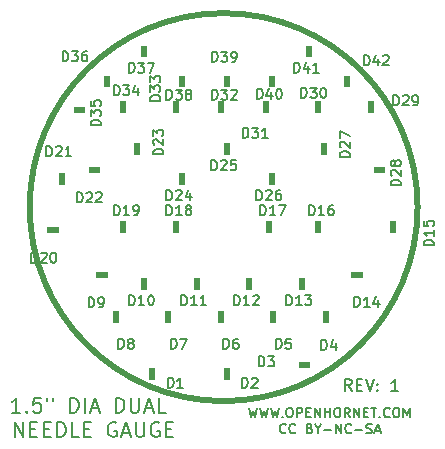
<source format=gbr>
%TF.GenerationSoftware,KiCad,Pcbnew,(5.1.9)-1*%
%TF.CreationDate,2021-11-07T13:18:06-07:00*%
%TF.ProjectId,dual_needle_gauge,6475616c-5f6e-4656-9564-6c655f676175,rev?*%
%TF.SameCoordinates,Original*%
%TF.FileFunction,Legend,Top*%
%TF.FilePolarity,Positive*%
%FSLAX46Y46*%
G04 Gerber Fmt 4.6, Leading zero omitted, Abs format (unit mm)*
G04 Created by KiCad (PCBNEW (5.1.9)-1) date 2021-11-07 13:18:06*
%MOMM*%
%LPD*%
G01*
G04 APERTURE LIST*
%ADD10C,0.500000*%
%ADD11C,0.150000*%
%ADD12C,0.200000*%
%ADD13C,0.100000*%
G04 APERTURE END LIST*
D10*
X198612941Y-118743176D02*
G75*
G03*
X198612941Y-118743176I-16421100J0D01*
G01*
D11*
X184351245Y-135750080D02*
X184541721Y-136550080D01*
X184694102Y-135978652D01*
X184846483Y-136550080D01*
X185036960Y-135750080D01*
X185265531Y-135750080D02*
X185456007Y-136550080D01*
X185608388Y-135978652D01*
X185760769Y-136550080D01*
X185951245Y-135750080D01*
X186179817Y-135750080D02*
X186370293Y-136550080D01*
X186522674Y-135978652D01*
X186675055Y-136550080D01*
X186865531Y-135750080D01*
X187170293Y-136473890D02*
X187208388Y-136511985D01*
X187170293Y-136550080D01*
X187132198Y-136511985D01*
X187170293Y-136473890D01*
X187170293Y-136550080D01*
X187703626Y-135750080D02*
X187856007Y-135750080D01*
X187932198Y-135788176D01*
X188008388Y-135864366D01*
X188046483Y-136016747D01*
X188046483Y-136283414D01*
X188008388Y-136435795D01*
X187932198Y-136511985D01*
X187856007Y-136550080D01*
X187703626Y-136550080D01*
X187627436Y-136511985D01*
X187551245Y-136435795D01*
X187513150Y-136283414D01*
X187513150Y-136016747D01*
X187551245Y-135864366D01*
X187627436Y-135788176D01*
X187703626Y-135750080D01*
X188389341Y-136550080D02*
X188389341Y-135750080D01*
X188694102Y-135750080D01*
X188770293Y-135788176D01*
X188808388Y-135826271D01*
X188846483Y-135902461D01*
X188846483Y-136016747D01*
X188808388Y-136092937D01*
X188770293Y-136131033D01*
X188694102Y-136169128D01*
X188389341Y-136169128D01*
X189189341Y-136131033D02*
X189456007Y-136131033D01*
X189570293Y-136550080D02*
X189189341Y-136550080D01*
X189189341Y-135750080D01*
X189570293Y-135750080D01*
X189913150Y-136550080D02*
X189913150Y-135750080D01*
X190370293Y-136550080D01*
X190370293Y-135750080D01*
X190751245Y-136550080D02*
X190751245Y-135750080D01*
X190751245Y-136131033D02*
X191208388Y-136131033D01*
X191208388Y-136550080D02*
X191208388Y-135750080D01*
X191741721Y-135750080D02*
X191894102Y-135750080D01*
X191970293Y-135788176D01*
X192046483Y-135864366D01*
X192084579Y-136016747D01*
X192084579Y-136283414D01*
X192046483Y-136435795D01*
X191970293Y-136511985D01*
X191894102Y-136550080D01*
X191741721Y-136550080D01*
X191665531Y-136511985D01*
X191589341Y-136435795D01*
X191551245Y-136283414D01*
X191551245Y-136016747D01*
X191589341Y-135864366D01*
X191665531Y-135788176D01*
X191741721Y-135750080D01*
X192884579Y-136550080D02*
X192617912Y-136169128D01*
X192427436Y-136550080D02*
X192427436Y-135750080D01*
X192732198Y-135750080D01*
X192808388Y-135788176D01*
X192846483Y-135826271D01*
X192884579Y-135902461D01*
X192884579Y-136016747D01*
X192846483Y-136092937D01*
X192808388Y-136131033D01*
X192732198Y-136169128D01*
X192427436Y-136169128D01*
X193227436Y-136550080D02*
X193227436Y-135750080D01*
X193684579Y-136550080D01*
X193684579Y-135750080D01*
X194065531Y-136131033D02*
X194332198Y-136131033D01*
X194446483Y-136550080D02*
X194065531Y-136550080D01*
X194065531Y-135750080D01*
X194446483Y-135750080D01*
X194675055Y-135750080D02*
X195132198Y-135750080D01*
X194903626Y-136550080D02*
X194903626Y-135750080D01*
X195398864Y-136473890D02*
X195436960Y-136511985D01*
X195398864Y-136550080D01*
X195360769Y-136511985D01*
X195398864Y-136473890D01*
X195398864Y-136550080D01*
X196236960Y-136473890D02*
X196198864Y-136511985D01*
X196084579Y-136550080D01*
X196008388Y-136550080D01*
X195894102Y-136511985D01*
X195817912Y-136435795D01*
X195779817Y-136359604D01*
X195741721Y-136207223D01*
X195741721Y-136092937D01*
X195779817Y-135940556D01*
X195817912Y-135864366D01*
X195894102Y-135788176D01*
X196008388Y-135750080D01*
X196084579Y-135750080D01*
X196198864Y-135788176D01*
X196236960Y-135826271D01*
X196732198Y-135750080D02*
X196884579Y-135750080D01*
X196960769Y-135788176D01*
X197036960Y-135864366D01*
X197075055Y-136016747D01*
X197075055Y-136283414D01*
X197036960Y-136435795D01*
X196960769Y-136511985D01*
X196884579Y-136550080D01*
X196732198Y-136550080D01*
X196656007Y-136511985D01*
X196579817Y-136435795D01*
X196541721Y-136283414D01*
X196541721Y-136016747D01*
X196579817Y-135864366D01*
X196656007Y-135788176D01*
X196732198Y-135750080D01*
X197417912Y-136550080D02*
X197417912Y-135750080D01*
X197684579Y-136321509D01*
X197951245Y-135750080D01*
X197951245Y-136550080D01*
X187456007Y-137823890D02*
X187417912Y-137861985D01*
X187303626Y-137900080D01*
X187227436Y-137900080D01*
X187113150Y-137861985D01*
X187036960Y-137785795D01*
X186998864Y-137709604D01*
X186960769Y-137557223D01*
X186960769Y-137442937D01*
X186998864Y-137290556D01*
X187036960Y-137214366D01*
X187113150Y-137138176D01*
X187227436Y-137100080D01*
X187303626Y-137100080D01*
X187417912Y-137138176D01*
X187456007Y-137176271D01*
X188256007Y-137823890D02*
X188217912Y-137861985D01*
X188103626Y-137900080D01*
X188027436Y-137900080D01*
X187913150Y-137861985D01*
X187836960Y-137785795D01*
X187798864Y-137709604D01*
X187760769Y-137557223D01*
X187760769Y-137442937D01*
X187798864Y-137290556D01*
X187836960Y-137214366D01*
X187913150Y-137138176D01*
X188027436Y-137100080D01*
X188103626Y-137100080D01*
X188217912Y-137138176D01*
X188256007Y-137176271D01*
X189475055Y-137481033D02*
X189589341Y-137519128D01*
X189627436Y-137557223D01*
X189665531Y-137633414D01*
X189665531Y-137747699D01*
X189627436Y-137823890D01*
X189589341Y-137861985D01*
X189513150Y-137900080D01*
X189208388Y-137900080D01*
X189208388Y-137100080D01*
X189475055Y-137100080D01*
X189551245Y-137138176D01*
X189589341Y-137176271D01*
X189627436Y-137252461D01*
X189627436Y-137328652D01*
X189589341Y-137404842D01*
X189551245Y-137442937D01*
X189475055Y-137481033D01*
X189208388Y-137481033D01*
X190160769Y-137519128D02*
X190160769Y-137900080D01*
X189894102Y-137100080D02*
X190160769Y-137519128D01*
X190427436Y-137100080D01*
X190694102Y-137595318D02*
X191303626Y-137595318D01*
X191684579Y-137900080D02*
X191684579Y-137100080D01*
X192141721Y-137900080D01*
X192141721Y-137100080D01*
X192979817Y-137823890D02*
X192941721Y-137861985D01*
X192827436Y-137900080D01*
X192751245Y-137900080D01*
X192636960Y-137861985D01*
X192560769Y-137785795D01*
X192522674Y-137709604D01*
X192484579Y-137557223D01*
X192484579Y-137442937D01*
X192522674Y-137290556D01*
X192560769Y-137214366D01*
X192636960Y-137138176D01*
X192751245Y-137100080D01*
X192827436Y-137100080D01*
X192941721Y-137138176D01*
X192979817Y-137176271D01*
X193322674Y-137595318D02*
X193932198Y-137595318D01*
X194275055Y-137861985D02*
X194389341Y-137900080D01*
X194579817Y-137900080D01*
X194656007Y-137861985D01*
X194694102Y-137823890D01*
X194732198Y-137747699D01*
X194732198Y-137671509D01*
X194694102Y-137595318D01*
X194656007Y-137557223D01*
X194579817Y-137519128D01*
X194427436Y-137481033D01*
X194351245Y-137442937D01*
X194313150Y-137404842D01*
X194275055Y-137328652D01*
X194275055Y-137252461D01*
X194313150Y-137176271D01*
X194351245Y-137138176D01*
X194427436Y-137100080D01*
X194617912Y-137100080D01*
X194732198Y-137138176D01*
X195036960Y-137671509D02*
X195417912Y-137671509D01*
X194960769Y-137900080D02*
X195227436Y-137100080D01*
X195494102Y-137900080D01*
X193022674Y-134315556D02*
X192689341Y-133839366D01*
X192451245Y-134315556D02*
X192451245Y-133315556D01*
X192832198Y-133315556D01*
X192927436Y-133363176D01*
X192975055Y-133410795D01*
X193022674Y-133506033D01*
X193022674Y-133648890D01*
X192975055Y-133744128D01*
X192927436Y-133791747D01*
X192832198Y-133839366D01*
X192451245Y-133839366D01*
X193451245Y-133791747D02*
X193784579Y-133791747D01*
X193927436Y-134315556D02*
X193451245Y-134315556D01*
X193451245Y-133315556D01*
X193927436Y-133315556D01*
X194213150Y-133315556D02*
X194546483Y-134315556D01*
X194879817Y-133315556D01*
X195213150Y-134220318D02*
X195260769Y-134267937D01*
X195213150Y-134315556D01*
X195165531Y-134267937D01*
X195213150Y-134220318D01*
X195213150Y-134315556D01*
X195213150Y-133696509D02*
X195260769Y-133744128D01*
X195213150Y-133791747D01*
X195165531Y-133744128D01*
X195213150Y-133696509D01*
X195213150Y-133791747D01*
X196975055Y-134315556D02*
X196403626Y-134315556D01*
X196689341Y-134315556D02*
X196689341Y-133315556D01*
X196594102Y-133458414D01*
X196498864Y-133553652D01*
X196403626Y-133601271D01*
D12*
X164969102Y-136141152D02*
X164254817Y-136141152D01*
X164611960Y-136141152D02*
X164611960Y-134891152D01*
X164492912Y-135069723D01*
X164373864Y-135188771D01*
X164254817Y-135248295D01*
X165504817Y-136022104D02*
X165564341Y-136081628D01*
X165504817Y-136141152D01*
X165445293Y-136081628D01*
X165504817Y-136022104D01*
X165504817Y-136141152D01*
X166695293Y-134891152D02*
X166100055Y-134891152D01*
X166040531Y-135486390D01*
X166100055Y-135426866D01*
X166219102Y-135367342D01*
X166516721Y-135367342D01*
X166635769Y-135426866D01*
X166695293Y-135486390D01*
X166754817Y-135605437D01*
X166754817Y-135903056D01*
X166695293Y-136022104D01*
X166635769Y-136081628D01*
X166516721Y-136141152D01*
X166219102Y-136141152D01*
X166100055Y-136081628D01*
X166040531Y-136022104D01*
X167231007Y-134891152D02*
X167231007Y-135129247D01*
X167707198Y-134891152D02*
X167707198Y-135129247D01*
X169195293Y-136141152D02*
X169195293Y-134891152D01*
X169492912Y-134891152D01*
X169671483Y-134950676D01*
X169790531Y-135069723D01*
X169850055Y-135188771D01*
X169909579Y-135426866D01*
X169909579Y-135605437D01*
X169850055Y-135843533D01*
X169790531Y-135962580D01*
X169671483Y-136081628D01*
X169492912Y-136141152D01*
X169195293Y-136141152D01*
X170445293Y-136141152D02*
X170445293Y-134891152D01*
X170981007Y-135784009D02*
X171576245Y-135784009D01*
X170861960Y-136141152D02*
X171278626Y-134891152D01*
X171695293Y-136141152D01*
X173064341Y-136141152D02*
X173064341Y-134891152D01*
X173361960Y-134891152D01*
X173540531Y-134950676D01*
X173659579Y-135069723D01*
X173719102Y-135188771D01*
X173778626Y-135426866D01*
X173778626Y-135605437D01*
X173719102Y-135843533D01*
X173659579Y-135962580D01*
X173540531Y-136081628D01*
X173361960Y-136141152D01*
X173064341Y-136141152D01*
X174314341Y-134891152D02*
X174314341Y-135903056D01*
X174373864Y-136022104D01*
X174433388Y-136081628D01*
X174552436Y-136141152D01*
X174790531Y-136141152D01*
X174909579Y-136081628D01*
X174969102Y-136022104D01*
X175028626Y-135903056D01*
X175028626Y-134891152D01*
X175564341Y-135784009D02*
X176159579Y-135784009D01*
X175445293Y-136141152D02*
X175861960Y-134891152D01*
X176278626Y-136141152D01*
X177290531Y-136141152D02*
X176695293Y-136141152D01*
X176695293Y-134891152D01*
X164522674Y-138216152D02*
X164522674Y-136966152D01*
X165236960Y-138216152D01*
X165236960Y-136966152D01*
X165832198Y-137561390D02*
X166248864Y-137561390D01*
X166427436Y-138216152D02*
X165832198Y-138216152D01*
X165832198Y-136966152D01*
X166427436Y-136966152D01*
X166963150Y-137561390D02*
X167379817Y-137561390D01*
X167558388Y-138216152D02*
X166963150Y-138216152D01*
X166963150Y-136966152D01*
X167558388Y-136966152D01*
X168094102Y-138216152D02*
X168094102Y-136966152D01*
X168391721Y-136966152D01*
X168570293Y-137025676D01*
X168689341Y-137144723D01*
X168748864Y-137263771D01*
X168808388Y-137501866D01*
X168808388Y-137680437D01*
X168748864Y-137918533D01*
X168689341Y-138037580D01*
X168570293Y-138156628D01*
X168391721Y-138216152D01*
X168094102Y-138216152D01*
X169939341Y-138216152D02*
X169344102Y-138216152D01*
X169344102Y-136966152D01*
X170356007Y-137561390D02*
X170772674Y-137561390D01*
X170951245Y-138216152D02*
X170356007Y-138216152D01*
X170356007Y-136966152D01*
X170951245Y-136966152D01*
X173094102Y-137025676D02*
X172975055Y-136966152D01*
X172796483Y-136966152D01*
X172617912Y-137025676D01*
X172498864Y-137144723D01*
X172439341Y-137263771D01*
X172379817Y-137501866D01*
X172379817Y-137680437D01*
X172439341Y-137918533D01*
X172498864Y-138037580D01*
X172617912Y-138156628D01*
X172796483Y-138216152D01*
X172915531Y-138216152D01*
X173094102Y-138156628D01*
X173153626Y-138097104D01*
X173153626Y-137680437D01*
X172915531Y-137680437D01*
X173629817Y-137859009D02*
X174225055Y-137859009D01*
X173510769Y-138216152D02*
X173927436Y-136966152D01*
X174344102Y-138216152D01*
X174760769Y-136966152D02*
X174760769Y-137978056D01*
X174820293Y-138097104D01*
X174879817Y-138156628D01*
X174998864Y-138216152D01*
X175236960Y-138216152D01*
X175356007Y-138156628D01*
X175415531Y-138097104D01*
X175475055Y-137978056D01*
X175475055Y-136966152D01*
X176725055Y-137025676D02*
X176606007Y-136966152D01*
X176427436Y-136966152D01*
X176248864Y-137025676D01*
X176129817Y-137144723D01*
X176070293Y-137263771D01*
X176010769Y-137501866D01*
X176010769Y-137680437D01*
X176070293Y-137918533D01*
X176129817Y-138037580D01*
X176248864Y-138156628D01*
X176427436Y-138216152D01*
X176546483Y-138216152D01*
X176725055Y-138156628D01*
X176784579Y-138097104D01*
X176784579Y-137680437D01*
X176546483Y-137680437D01*
X177320293Y-137561390D02*
X177736960Y-137561390D01*
X177915531Y-138216152D02*
X177320293Y-138216152D01*
X177320293Y-136966152D01*
X177915531Y-136966152D01*
D13*
%TO.C,D42*%
G36*
X192351841Y-107607866D02*
G01*
X192851841Y-107607866D01*
X192851841Y-108607866D01*
X192351841Y-108607866D01*
X192351841Y-107607866D01*
G37*
%TO.C,D41*%
G36*
X189176841Y-105067866D02*
G01*
X189676841Y-105067866D01*
X189676841Y-106067866D01*
X189176841Y-106067866D01*
X189176841Y-105067866D01*
G37*
%TO.C,D40*%
G36*
X186001841Y-107607866D02*
G01*
X186501841Y-107607866D01*
X186501841Y-108607866D01*
X186001841Y-108607866D01*
X186001841Y-107607866D01*
G37*
%TO.C,D39*%
G36*
X182191841Y-107607866D02*
G01*
X182691841Y-107607866D01*
X182691841Y-108607866D01*
X182191841Y-108607866D01*
X182191841Y-107607866D01*
G37*
%TO.C,D38*%
G36*
X178381841Y-107607866D02*
G01*
X178881841Y-107607866D01*
X178881841Y-108607866D01*
X178381841Y-108607866D01*
X178381841Y-107607866D01*
G37*
%TO.C,D37*%
G36*
X175206841Y-105067866D02*
G01*
X175706841Y-105067866D01*
X175706841Y-106067866D01*
X175206841Y-106067866D01*
X175206841Y-105067866D01*
G37*
%TO.C,D36*%
G36*
X172031841Y-107607866D02*
G01*
X172531841Y-107607866D01*
X172531841Y-108607866D01*
X172031841Y-108607866D01*
X172031841Y-107607866D01*
G37*
%TO.C,D35*%
G36*
X169491841Y-110782866D02*
G01*
X169491841Y-110282866D01*
X170491841Y-110282866D01*
X170491841Y-110782866D01*
X169491841Y-110782866D01*
G37*
%TO.C,D34*%
G36*
X173936841Y-110782866D02*
G01*
X173436841Y-110782866D01*
X173436841Y-109782866D01*
X173936841Y-109782866D01*
X173936841Y-110782866D01*
G37*
%TO.C,D33*%
G36*
X178381841Y-110782866D02*
G01*
X177881841Y-110782866D01*
X177881841Y-109782866D01*
X178381841Y-109782866D01*
X178381841Y-110782866D01*
G37*
%TO.C,D32*%
G36*
X182191841Y-110782866D02*
G01*
X181691841Y-110782866D01*
X181691841Y-109782866D01*
X182191841Y-109782866D01*
X182191841Y-110782866D01*
G37*
%TO.C,D31*%
G36*
X186001841Y-110782866D02*
G01*
X185501841Y-110782866D01*
X185501841Y-109782866D01*
X186001841Y-109782866D01*
X186001841Y-110782866D01*
G37*
%TO.C,D30*%
G36*
X190446841Y-110782866D02*
G01*
X189946841Y-110782866D01*
X189946841Y-109782866D01*
X190446841Y-109782866D01*
X190446841Y-110782866D01*
G37*
%TO.C,D29*%
G36*
X194891841Y-110782866D02*
G01*
X194391841Y-110782866D01*
X194391841Y-109782866D01*
X194891841Y-109782866D01*
X194891841Y-110782866D01*
G37*
%TO.C,D28*%
G36*
X194891841Y-115862866D02*
G01*
X194891841Y-115362866D01*
X195891841Y-115362866D01*
X195891841Y-115862866D01*
X194891841Y-115862866D01*
G37*
%TO.C,D27*%
G36*
X190446841Y-113322866D02*
G01*
X190946841Y-113322866D01*
X190946841Y-114322866D01*
X190446841Y-114322866D01*
X190446841Y-113322866D01*
G37*
%TO.C,D26*%
G36*
X186001841Y-115862866D02*
G01*
X186501841Y-115862866D01*
X186501841Y-116862866D01*
X186001841Y-116862866D01*
X186001841Y-115862866D01*
G37*
%TO.C,D20*%
G36*
X167269341Y-120942866D02*
G01*
X167269341Y-120442866D01*
X168269341Y-120442866D01*
X168269341Y-120942866D01*
X167269341Y-120942866D01*
G37*
%TO.C,D19*%
G36*
X173936841Y-120942866D02*
G01*
X173436841Y-120942866D01*
X173436841Y-119942866D01*
X173936841Y-119942866D01*
X173936841Y-120942866D01*
G37*
%TO.C,D18*%
G36*
X178381841Y-120942866D02*
G01*
X177881841Y-120942866D01*
X177881841Y-119942866D01*
X178381841Y-119942866D01*
X178381841Y-120942866D01*
G37*
%TO.C,D17*%
G36*
X186319341Y-120942866D02*
G01*
X185819341Y-120942866D01*
X185819341Y-119942866D01*
X186319341Y-119942866D01*
X186319341Y-120942866D01*
G37*
%TO.C,D16*%
G36*
X190446841Y-120942866D02*
G01*
X189946841Y-120942866D01*
X189946841Y-119942866D01*
X190446841Y-119942866D01*
X190446841Y-120942866D01*
G37*
%TO.C,D14*%
G36*
X192986841Y-124752866D02*
G01*
X192986841Y-124252866D01*
X193986841Y-124252866D01*
X193986841Y-124752866D01*
X192986841Y-124752866D01*
G37*
%TO.C,D13*%
G36*
X188541841Y-124752866D02*
G01*
X189041841Y-124752866D01*
X189041841Y-125752866D01*
X188541841Y-125752866D01*
X188541841Y-124752866D01*
G37*
%TO.C,D12*%
G36*
X184096841Y-124752866D02*
G01*
X184596841Y-124752866D01*
X184596841Y-125752866D01*
X184096841Y-125752866D01*
X184096841Y-124752866D01*
G37*
%TO.C,D11*%
G36*
X179651841Y-124752866D02*
G01*
X180151841Y-124752866D01*
X180151841Y-125752866D01*
X179651841Y-125752866D01*
X179651841Y-124752866D01*
G37*
%TO.C,D10*%
G36*
X175206841Y-124752866D02*
G01*
X175706841Y-124752866D01*
X175706841Y-125752866D01*
X175206841Y-125752866D01*
X175206841Y-124752866D01*
G37*
%TO.C,D9*%
G36*
X171396841Y-124752866D02*
G01*
X171396841Y-124252866D01*
X172396841Y-124252866D01*
X172396841Y-124752866D01*
X171396841Y-124752866D01*
G37*
%TO.C,D8*%
G36*
X173301841Y-128562866D02*
G01*
X172801841Y-128562866D01*
X172801841Y-127562866D01*
X173301841Y-127562866D01*
X173301841Y-128562866D01*
G37*
%TO.C,D7*%
G36*
X177746841Y-128562866D02*
G01*
X177246841Y-128562866D01*
X177246841Y-127562866D01*
X177746841Y-127562866D01*
X177746841Y-128562866D01*
G37*
%TO.C,D6*%
G36*
X182191841Y-128562866D02*
G01*
X181691841Y-128562866D01*
X181691841Y-127562866D01*
X182191841Y-127562866D01*
X182191841Y-128562866D01*
G37*
%TO.C,D5*%
G36*
X186636841Y-128562866D02*
G01*
X186136841Y-128562866D01*
X186136841Y-127562866D01*
X186636841Y-127562866D01*
X186636841Y-128562866D01*
G37*
%TO.C,D4*%
G36*
X191081841Y-128562866D02*
G01*
X190581841Y-128562866D01*
X190581841Y-127562866D01*
X191081841Y-127562866D01*
X191081841Y-128562866D01*
G37*
%TO.C,D3*%
G36*
X188541841Y-132372866D02*
G01*
X188541841Y-131872866D01*
X189541841Y-131872866D01*
X189541841Y-132372866D01*
X188541841Y-132372866D01*
G37*
%TO.C,D2*%
G36*
X182191841Y-132372866D02*
G01*
X182691841Y-132372866D01*
X182691841Y-133372866D01*
X182191841Y-133372866D01*
X182191841Y-132372866D01*
G37*
%TO.C,D1*%
G36*
X175841841Y-132372866D02*
G01*
X176341841Y-132372866D01*
X176341841Y-133372866D01*
X175841841Y-133372866D01*
X175841841Y-132372866D01*
G37*
%TO.C,D25*%
G36*
X182191841Y-113322866D02*
G01*
X182691841Y-113322866D01*
X182691841Y-114322866D01*
X182191841Y-114322866D01*
X182191841Y-113322866D01*
G37*
%TO.C,D24*%
G36*
X178381841Y-115862866D02*
G01*
X178881841Y-115862866D01*
X178881841Y-116862866D01*
X178381841Y-116862866D01*
X178381841Y-115862866D01*
G37*
%TO.C,D23*%
G36*
X174571841Y-113322866D02*
G01*
X175071841Y-113322866D01*
X175071841Y-114322866D01*
X174571841Y-114322866D01*
X174571841Y-113322866D01*
G37*
%TO.C,D22*%
G36*
X170761841Y-115862866D02*
G01*
X170761841Y-115362866D01*
X171761841Y-115362866D01*
X171761841Y-115862866D01*
X170761841Y-115862866D01*
G37*
%TO.C,D21*%
G36*
X168221841Y-115862866D02*
G01*
X168721841Y-115862866D01*
X168721841Y-116862866D01*
X168221841Y-116862866D01*
X168221841Y-115862866D01*
G37*
%TO.C,D15*%
G36*
X196796841Y-120942866D02*
G01*
X196296841Y-120942866D01*
X196296841Y-119942866D01*
X196796841Y-119942866D01*
X196796841Y-120942866D01*
G37*
%TO.C,D42*%
D11*
X194059698Y-106737389D02*
X194059698Y-105887389D01*
X194262079Y-105887389D01*
X194383507Y-105927866D01*
X194464460Y-106008818D01*
X194504936Y-106089770D01*
X194545412Y-106251675D01*
X194545412Y-106373104D01*
X194504936Y-106535008D01*
X194464460Y-106615961D01*
X194383507Y-106696913D01*
X194262079Y-106737389D01*
X194059698Y-106737389D01*
X195273983Y-106170723D02*
X195273983Y-106737389D01*
X195071602Y-105846913D02*
X194869221Y-106454056D01*
X195395412Y-106454056D01*
X195678745Y-105968342D02*
X195719221Y-105927866D01*
X195800174Y-105887389D01*
X196002555Y-105887389D01*
X196083507Y-105927866D01*
X196123983Y-105968342D01*
X196164460Y-106049294D01*
X196164460Y-106130246D01*
X196123983Y-106251675D01*
X195638269Y-106737389D01*
X196164460Y-106737389D01*
%TO.C,D41*%
X188144698Y-107357389D02*
X188144698Y-106507389D01*
X188347079Y-106507389D01*
X188468507Y-106547866D01*
X188549460Y-106628818D01*
X188589936Y-106709770D01*
X188630412Y-106871675D01*
X188630412Y-106993104D01*
X188589936Y-107155008D01*
X188549460Y-107235961D01*
X188468507Y-107316913D01*
X188347079Y-107357389D01*
X188144698Y-107357389D01*
X189358983Y-106790723D02*
X189358983Y-107357389D01*
X189156602Y-106466913D02*
X188954221Y-107074056D01*
X189480412Y-107074056D01*
X190249460Y-107357389D02*
X189763745Y-107357389D01*
X190006602Y-107357389D02*
X190006602Y-106507389D01*
X189925650Y-106628818D01*
X189844698Y-106709770D01*
X189763745Y-106750246D01*
%TO.C,D40*%
X185009698Y-109587389D02*
X185009698Y-108737389D01*
X185212079Y-108737389D01*
X185333507Y-108777866D01*
X185414460Y-108858818D01*
X185454936Y-108939770D01*
X185495412Y-109101675D01*
X185495412Y-109223104D01*
X185454936Y-109385008D01*
X185414460Y-109465961D01*
X185333507Y-109546913D01*
X185212079Y-109587389D01*
X185009698Y-109587389D01*
X186223983Y-109020723D02*
X186223983Y-109587389D01*
X186021602Y-108696913D02*
X185819221Y-109304056D01*
X186345412Y-109304056D01*
X186831126Y-108737389D02*
X186912079Y-108737389D01*
X186993031Y-108777866D01*
X187033507Y-108818342D01*
X187073983Y-108899294D01*
X187114460Y-109061199D01*
X187114460Y-109263580D01*
X187073983Y-109425485D01*
X187033507Y-109506437D01*
X186993031Y-109546913D01*
X186912079Y-109587389D01*
X186831126Y-109587389D01*
X186750174Y-109546913D01*
X186709698Y-109506437D01*
X186669221Y-109425485D01*
X186628745Y-109263580D01*
X186628745Y-109061199D01*
X186669221Y-108899294D01*
X186709698Y-108818342D01*
X186750174Y-108777866D01*
X186831126Y-108737389D01*
%TO.C,D39*%
X181209698Y-106437389D02*
X181209698Y-105587389D01*
X181412079Y-105587389D01*
X181533507Y-105627866D01*
X181614460Y-105708818D01*
X181654936Y-105789770D01*
X181695412Y-105951675D01*
X181695412Y-106073104D01*
X181654936Y-106235008D01*
X181614460Y-106315961D01*
X181533507Y-106396913D01*
X181412079Y-106437389D01*
X181209698Y-106437389D01*
X181978745Y-105587389D02*
X182504936Y-105587389D01*
X182221602Y-105911199D01*
X182343031Y-105911199D01*
X182423983Y-105951675D01*
X182464460Y-105992151D01*
X182504936Y-106073104D01*
X182504936Y-106275485D01*
X182464460Y-106356437D01*
X182423983Y-106396913D01*
X182343031Y-106437389D01*
X182100174Y-106437389D01*
X182019221Y-106396913D01*
X181978745Y-106356437D01*
X182909698Y-106437389D02*
X183071602Y-106437389D01*
X183152555Y-106396913D01*
X183193031Y-106356437D01*
X183273983Y-106235008D01*
X183314460Y-106073104D01*
X183314460Y-105749294D01*
X183273983Y-105668342D01*
X183233507Y-105627866D01*
X183152555Y-105587389D01*
X182990650Y-105587389D01*
X182909698Y-105627866D01*
X182869221Y-105668342D01*
X182828745Y-105749294D01*
X182828745Y-105951675D01*
X182869221Y-106032627D01*
X182909698Y-106073104D01*
X182990650Y-106113580D01*
X183152555Y-106113580D01*
X183233507Y-106073104D01*
X183273983Y-106032627D01*
X183314460Y-105951675D01*
%TO.C,D38*%
X177349698Y-109637389D02*
X177349698Y-108787389D01*
X177552079Y-108787389D01*
X177673507Y-108827866D01*
X177754460Y-108908818D01*
X177794936Y-108989770D01*
X177835412Y-109151675D01*
X177835412Y-109273104D01*
X177794936Y-109435008D01*
X177754460Y-109515961D01*
X177673507Y-109596913D01*
X177552079Y-109637389D01*
X177349698Y-109637389D01*
X178118745Y-108787389D02*
X178644936Y-108787389D01*
X178361602Y-109111199D01*
X178483031Y-109111199D01*
X178563983Y-109151675D01*
X178604460Y-109192151D01*
X178644936Y-109273104D01*
X178644936Y-109475485D01*
X178604460Y-109556437D01*
X178563983Y-109596913D01*
X178483031Y-109637389D01*
X178240174Y-109637389D01*
X178159221Y-109596913D01*
X178118745Y-109556437D01*
X179130650Y-109151675D02*
X179049698Y-109111199D01*
X179009221Y-109070723D01*
X178968745Y-108989770D01*
X178968745Y-108949294D01*
X179009221Y-108868342D01*
X179049698Y-108827866D01*
X179130650Y-108787389D01*
X179292555Y-108787389D01*
X179373507Y-108827866D01*
X179413983Y-108868342D01*
X179454460Y-108949294D01*
X179454460Y-108989770D01*
X179413983Y-109070723D01*
X179373507Y-109111199D01*
X179292555Y-109151675D01*
X179130650Y-109151675D01*
X179049698Y-109192151D01*
X179009221Y-109232627D01*
X178968745Y-109313580D01*
X178968745Y-109475485D01*
X179009221Y-109556437D01*
X179049698Y-109596913D01*
X179130650Y-109637389D01*
X179292555Y-109637389D01*
X179373507Y-109596913D01*
X179413983Y-109556437D01*
X179454460Y-109475485D01*
X179454460Y-109313580D01*
X179413983Y-109232627D01*
X179373507Y-109192151D01*
X179292555Y-109151675D01*
%TO.C,D37*%
X174174698Y-107357389D02*
X174174698Y-106507389D01*
X174377079Y-106507389D01*
X174498507Y-106547866D01*
X174579460Y-106628818D01*
X174619936Y-106709770D01*
X174660412Y-106871675D01*
X174660412Y-106993104D01*
X174619936Y-107155008D01*
X174579460Y-107235961D01*
X174498507Y-107316913D01*
X174377079Y-107357389D01*
X174174698Y-107357389D01*
X174943745Y-106507389D02*
X175469936Y-106507389D01*
X175186602Y-106831199D01*
X175308031Y-106831199D01*
X175388983Y-106871675D01*
X175429460Y-106912151D01*
X175469936Y-106993104D01*
X175469936Y-107195485D01*
X175429460Y-107276437D01*
X175388983Y-107316913D01*
X175308031Y-107357389D01*
X175065174Y-107357389D01*
X174984221Y-107316913D01*
X174943745Y-107276437D01*
X175753269Y-106507389D02*
X176319936Y-106507389D01*
X175955650Y-107357389D01*
%TO.C,D36*%
X168559698Y-106387389D02*
X168559698Y-105537389D01*
X168762079Y-105537389D01*
X168883507Y-105577866D01*
X168964460Y-105658818D01*
X169004936Y-105739770D01*
X169045412Y-105901675D01*
X169045412Y-106023104D01*
X169004936Y-106185008D01*
X168964460Y-106265961D01*
X168883507Y-106346913D01*
X168762079Y-106387389D01*
X168559698Y-106387389D01*
X169328745Y-105537389D02*
X169854936Y-105537389D01*
X169571602Y-105861199D01*
X169693031Y-105861199D01*
X169773983Y-105901675D01*
X169814460Y-105942151D01*
X169854936Y-106023104D01*
X169854936Y-106225485D01*
X169814460Y-106306437D01*
X169773983Y-106346913D01*
X169693031Y-106387389D01*
X169450174Y-106387389D01*
X169369221Y-106346913D01*
X169328745Y-106306437D01*
X170583507Y-105537389D02*
X170421602Y-105537389D01*
X170340650Y-105577866D01*
X170300174Y-105618342D01*
X170219221Y-105739770D01*
X170178745Y-105901675D01*
X170178745Y-106225485D01*
X170219221Y-106306437D01*
X170259698Y-106346913D01*
X170340650Y-106387389D01*
X170502555Y-106387389D01*
X170583507Y-106346913D01*
X170623983Y-106306437D01*
X170664460Y-106225485D01*
X170664460Y-106023104D01*
X170623983Y-105942151D01*
X170583507Y-105901675D01*
X170502555Y-105861199D01*
X170340650Y-105861199D01*
X170259698Y-105901675D01*
X170219221Y-105942151D01*
X170178745Y-106023104D01*
%TO.C,D35*%
X171781364Y-111815008D02*
X170931364Y-111815008D01*
X170931364Y-111612627D01*
X170971841Y-111491199D01*
X171052793Y-111410246D01*
X171133745Y-111369770D01*
X171295650Y-111329294D01*
X171417079Y-111329294D01*
X171578983Y-111369770D01*
X171659936Y-111410246D01*
X171740888Y-111491199D01*
X171781364Y-111612627D01*
X171781364Y-111815008D01*
X170931364Y-111045961D02*
X170931364Y-110519770D01*
X171255174Y-110803104D01*
X171255174Y-110681675D01*
X171295650Y-110600723D01*
X171336126Y-110560246D01*
X171417079Y-110519770D01*
X171619460Y-110519770D01*
X171700412Y-110560246D01*
X171740888Y-110600723D01*
X171781364Y-110681675D01*
X171781364Y-110924532D01*
X171740888Y-111005485D01*
X171700412Y-111045961D01*
X170931364Y-109750723D02*
X170931364Y-110155485D01*
X171336126Y-110195961D01*
X171295650Y-110155485D01*
X171255174Y-110074532D01*
X171255174Y-109872151D01*
X171295650Y-109791199D01*
X171336126Y-109750723D01*
X171417079Y-109710246D01*
X171619460Y-109710246D01*
X171700412Y-109750723D01*
X171740888Y-109791199D01*
X171781364Y-109872151D01*
X171781364Y-110074532D01*
X171740888Y-110155485D01*
X171700412Y-110195961D01*
%TO.C,D34*%
X172904698Y-109262389D02*
X172904698Y-108412389D01*
X173107079Y-108412389D01*
X173228507Y-108452866D01*
X173309460Y-108533818D01*
X173349936Y-108614770D01*
X173390412Y-108776675D01*
X173390412Y-108898104D01*
X173349936Y-109060008D01*
X173309460Y-109140961D01*
X173228507Y-109221913D01*
X173107079Y-109262389D01*
X172904698Y-109262389D01*
X173673745Y-108412389D02*
X174199936Y-108412389D01*
X173916602Y-108736199D01*
X174038031Y-108736199D01*
X174118983Y-108776675D01*
X174159460Y-108817151D01*
X174199936Y-108898104D01*
X174199936Y-109100485D01*
X174159460Y-109181437D01*
X174118983Y-109221913D01*
X174038031Y-109262389D01*
X173795174Y-109262389D01*
X173714221Y-109221913D01*
X173673745Y-109181437D01*
X174928507Y-108695723D02*
X174928507Y-109262389D01*
X174726126Y-108371913D02*
X174523745Y-108979056D01*
X175049936Y-108979056D01*
%TO.C,D33*%
X176826364Y-109735008D02*
X175976364Y-109735008D01*
X175976364Y-109532627D01*
X176016841Y-109411199D01*
X176097793Y-109330246D01*
X176178745Y-109289770D01*
X176340650Y-109249294D01*
X176462079Y-109249294D01*
X176623983Y-109289770D01*
X176704936Y-109330246D01*
X176785888Y-109411199D01*
X176826364Y-109532627D01*
X176826364Y-109735008D01*
X175976364Y-108965961D02*
X175976364Y-108439770D01*
X176300174Y-108723104D01*
X176300174Y-108601675D01*
X176340650Y-108520723D01*
X176381126Y-108480246D01*
X176462079Y-108439770D01*
X176664460Y-108439770D01*
X176745412Y-108480246D01*
X176785888Y-108520723D01*
X176826364Y-108601675D01*
X176826364Y-108844532D01*
X176785888Y-108925485D01*
X176745412Y-108965961D01*
X175976364Y-108156437D02*
X175976364Y-107630246D01*
X176300174Y-107913580D01*
X176300174Y-107792151D01*
X176340650Y-107711199D01*
X176381126Y-107670723D01*
X176462079Y-107630246D01*
X176664460Y-107630246D01*
X176745412Y-107670723D01*
X176785888Y-107711199D01*
X176826364Y-107792151D01*
X176826364Y-108035008D01*
X176785888Y-108115961D01*
X176745412Y-108156437D01*
%TO.C,D32*%
X181209698Y-109637389D02*
X181209698Y-108787389D01*
X181412079Y-108787389D01*
X181533507Y-108827866D01*
X181614460Y-108908818D01*
X181654936Y-108989770D01*
X181695412Y-109151675D01*
X181695412Y-109273104D01*
X181654936Y-109435008D01*
X181614460Y-109515961D01*
X181533507Y-109596913D01*
X181412079Y-109637389D01*
X181209698Y-109637389D01*
X181978745Y-108787389D02*
X182504936Y-108787389D01*
X182221602Y-109111199D01*
X182343031Y-109111199D01*
X182423983Y-109151675D01*
X182464460Y-109192151D01*
X182504936Y-109273104D01*
X182504936Y-109475485D01*
X182464460Y-109556437D01*
X182423983Y-109596913D01*
X182343031Y-109637389D01*
X182100174Y-109637389D01*
X182019221Y-109596913D01*
X181978745Y-109556437D01*
X182828745Y-108868342D02*
X182869221Y-108827866D01*
X182950174Y-108787389D01*
X183152555Y-108787389D01*
X183233507Y-108827866D01*
X183273983Y-108868342D01*
X183314460Y-108949294D01*
X183314460Y-109030246D01*
X183273983Y-109151675D01*
X182788269Y-109637389D01*
X183314460Y-109637389D01*
%TO.C,D31*%
X183809698Y-112887389D02*
X183809698Y-112037389D01*
X184012079Y-112037389D01*
X184133507Y-112077866D01*
X184214460Y-112158818D01*
X184254936Y-112239770D01*
X184295412Y-112401675D01*
X184295412Y-112523104D01*
X184254936Y-112685008D01*
X184214460Y-112765961D01*
X184133507Y-112846913D01*
X184012079Y-112887389D01*
X183809698Y-112887389D01*
X184578745Y-112037389D02*
X185104936Y-112037389D01*
X184821602Y-112361199D01*
X184943031Y-112361199D01*
X185023983Y-112401675D01*
X185064460Y-112442151D01*
X185104936Y-112523104D01*
X185104936Y-112725485D01*
X185064460Y-112806437D01*
X185023983Y-112846913D01*
X184943031Y-112887389D01*
X184700174Y-112887389D01*
X184619221Y-112846913D01*
X184578745Y-112806437D01*
X185914460Y-112887389D02*
X185428745Y-112887389D01*
X185671602Y-112887389D02*
X185671602Y-112037389D01*
X185590650Y-112158818D01*
X185509698Y-112239770D01*
X185428745Y-112280246D01*
%TO.C,D30*%
X188759698Y-109487389D02*
X188759698Y-108637389D01*
X188962079Y-108637389D01*
X189083507Y-108677866D01*
X189164460Y-108758818D01*
X189204936Y-108839770D01*
X189245412Y-109001675D01*
X189245412Y-109123104D01*
X189204936Y-109285008D01*
X189164460Y-109365961D01*
X189083507Y-109446913D01*
X188962079Y-109487389D01*
X188759698Y-109487389D01*
X189528745Y-108637389D02*
X190054936Y-108637389D01*
X189771602Y-108961199D01*
X189893031Y-108961199D01*
X189973983Y-109001675D01*
X190014460Y-109042151D01*
X190054936Y-109123104D01*
X190054936Y-109325485D01*
X190014460Y-109406437D01*
X189973983Y-109446913D01*
X189893031Y-109487389D01*
X189650174Y-109487389D01*
X189569221Y-109446913D01*
X189528745Y-109406437D01*
X190581126Y-108637389D02*
X190662079Y-108637389D01*
X190743031Y-108677866D01*
X190783507Y-108718342D01*
X190823983Y-108799294D01*
X190864460Y-108961199D01*
X190864460Y-109163580D01*
X190823983Y-109325485D01*
X190783507Y-109406437D01*
X190743031Y-109446913D01*
X190662079Y-109487389D01*
X190581126Y-109487389D01*
X190500174Y-109446913D01*
X190459698Y-109406437D01*
X190419221Y-109325485D01*
X190378745Y-109163580D01*
X190378745Y-108961199D01*
X190419221Y-108799294D01*
X190459698Y-108718342D01*
X190500174Y-108677866D01*
X190581126Y-108637389D01*
%TO.C,D29*%
X196559698Y-110137389D02*
X196559698Y-109287389D01*
X196762079Y-109287389D01*
X196883507Y-109327866D01*
X196964460Y-109408818D01*
X197004936Y-109489770D01*
X197045412Y-109651675D01*
X197045412Y-109773104D01*
X197004936Y-109935008D01*
X196964460Y-110015961D01*
X196883507Y-110096913D01*
X196762079Y-110137389D01*
X196559698Y-110137389D01*
X197369221Y-109368342D02*
X197409698Y-109327866D01*
X197490650Y-109287389D01*
X197693031Y-109287389D01*
X197773983Y-109327866D01*
X197814460Y-109368342D01*
X197854936Y-109449294D01*
X197854936Y-109530246D01*
X197814460Y-109651675D01*
X197328745Y-110137389D01*
X197854936Y-110137389D01*
X198259698Y-110137389D02*
X198421602Y-110137389D01*
X198502555Y-110096913D01*
X198543031Y-110056437D01*
X198623983Y-109935008D01*
X198664460Y-109773104D01*
X198664460Y-109449294D01*
X198623983Y-109368342D01*
X198583507Y-109327866D01*
X198502555Y-109287389D01*
X198340650Y-109287389D01*
X198259698Y-109327866D01*
X198219221Y-109368342D01*
X198178745Y-109449294D01*
X198178745Y-109651675D01*
X198219221Y-109732627D01*
X198259698Y-109773104D01*
X198340650Y-109813580D01*
X198502555Y-109813580D01*
X198583507Y-109773104D01*
X198623983Y-109732627D01*
X198664460Y-109651675D01*
%TO.C,D28*%
X197181364Y-116895008D02*
X196331364Y-116895008D01*
X196331364Y-116692627D01*
X196371841Y-116571199D01*
X196452793Y-116490246D01*
X196533745Y-116449770D01*
X196695650Y-116409294D01*
X196817079Y-116409294D01*
X196978983Y-116449770D01*
X197059936Y-116490246D01*
X197140888Y-116571199D01*
X197181364Y-116692627D01*
X197181364Y-116895008D01*
X196412317Y-116085485D02*
X196371841Y-116045008D01*
X196331364Y-115964056D01*
X196331364Y-115761675D01*
X196371841Y-115680723D01*
X196412317Y-115640246D01*
X196493269Y-115599770D01*
X196574221Y-115599770D01*
X196695650Y-115640246D01*
X197181364Y-116125961D01*
X197181364Y-115599770D01*
X196695650Y-115114056D02*
X196655174Y-115195008D01*
X196614698Y-115235485D01*
X196533745Y-115275961D01*
X196493269Y-115275961D01*
X196412317Y-115235485D01*
X196371841Y-115195008D01*
X196331364Y-115114056D01*
X196331364Y-114952151D01*
X196371841Y-114871199D01*
X196412317Y-114830723D01*
X196493269Y-114790246D01*
X196533745Y-114790246D01*
X196614698Y-114830723D01*
X196655174Y-114871199D01*
X196695650Y-114952151D01*
X196695650Y-115114056D01*
X196736126Y-115195008D01*
X196776602Y-115235485D01*
X196857555Y-115275961D01*
X197019460Y-115275961D01*
X197100412Y-115235485D01*
X197140888Y-115195008D01*
X197181364Y-115114056D01*
X197181364Y-114952151D01*
X197140888Y-114871199D01*
X197100412Y-114830723D01*
X197019460Y-114790246D01*
X196857555Y-114790246D01*
X196776602Y-114830723D01*
X196736126Y-114871199D01*
X196695650Y-114952151D01*
%TO.C,D27*%
X192876364Y-114485008D02*
X192026364Y-114485008D01*
X192026364Y-114282627D01*
X192066841Y-114161199D01*
X192147793Y-114080246D01*
X192228745Y-114039770D01*
X192390650Y-113999294D01*
X192512079Y-113999294D01*
X192673983Y-114039770D01*
X192754936Y-114080246D01*
X192835888Y-114161199D01*
X192876364Y-114282627D01*
X192876364Y-114485008D01*
X192107317Y-113675485D02*
X192066841Y-113635008D01*
X192026364Y-113554056D01*
X192026364Y-113351675D01*
X192066841Y-113270723D01*
X192107317Y-113230246D01*
X192188269Y-113189770D01*
X192269221Y-113189770D01*
X192390650Y-113230246D01*
X192876364Y-113715961D01*
X192876364Y-113189770D01*
X192026364Y-112906437D02*
X192026364Y-112339770D01*
X192876364Y-112704056D01*
%TO.C,D26*%
X184969698Y-118152389D02*
X184969698Y-117302389D01*
X185172079Y-117302389D01*
X185293507Y-117342866D01*
X185374460Y-117423818D01*
X185414936Y-117504770D01*
X185455412Y-117666675D01*
X185455412Y-117788104D01*
X185414936Y-117950008D01*
X185374460Y-118030961D01*
X185293507Y-118111913D01*
X185172079Y-118152389D01*
X184969698Y-118152389D01*
X185779221Y-117383342D02*
X185819698Y-117342866D01*
X185900650Y-117302389D01*
X186103031Y-117302389D01*
X186183983Y-117342866D01*
X186224460Y-117383342D01*
X186264936Y-117464294D01*
X186264936Y-117545246D01*
X186224460Y-117666675D01*
X185738745Y-118152389D01*
X186264936Y-118152389D01*
X186993507Y-117302389D02*
X186831602Y-117302389D01*
X186750650Y-117342866D01*
X186710174Y-117383342D01*
X186629221Y-117504770D01*
X186588745Y-117666675D01*
X186588745Y-117990485D01*
X186629221Y-118071437D01*
X186669698Y-118111913D01*
X186750650Y-118152389D01*
X186912555Y-118152389D01*
X186993507Y-118111913D01*
X187033983Y-118071437D01*
X187074460Y-117990485D01*
X187074460Y-117788104D01*
X187033983Y-117707151D01*
X186993507Y-117666675D01*
X186912555Y-117626199D01*
X186750650Y-117626199D01*
X186669698Y-117666675D01*
X186629221Y-117707151D01*
X186588745Y-117788104D01*
%TO.C,D20*%
X165907198Y-123437389D02*
X165907198Y-122587389D01*
X166109579Y-122587389D01*
X166231007Y-122627866D01*
X166311960Y-122708818D01*
X166352436Y-122789770D01*
X166392912Y-122951675D01*
X166392912Y-123073104D01*
X166352436Y-123235008D01*
X166311960Y-123315961D01*
X166231007Y-123396913D01*
X166109579Y-123437389D01*
X165907198Y-123437389D01*
X166716721Y-122668342D02*
X166757198Y-122627866D01*
X166838150Y-122587389D01*
X167040531Y-122587389D01*
X167121483Y-122627866D01*
X167161960Y-122668342D01*
X167202436Y-122749294D01*
X167202436Y-122830246D01*
X167161960Y-122951675D01*
X166676245Y-123437389D01*
X167202436Y-123437389D01*
X167728626Y-122587389D02*
X167809579Y-122587389D01*
X167890531Y-122627866D01*
X167931007Y-122668342D01*
X167971483Y-122749294D01*
X168011960Y-122911199D01*
X168011960Y-123113580D01*
X167971483Y-123275485D01*
X167931007Y-123356437D01*
X167890531Y-123396913D01*
X167809579Y-123437389D01*
X167728626Y-123437389D01*
X167647674Y-123396913D01*
X167607198Y-123356437D01*
X167566721Y-123275485D01*
X167526245Y-123113580D01*
X167526245Y-122911199D01*
X167566721Y-122749294D01*
X167607198Y-122668342D01*
X167647674Y-122627866D01*
X167728626Y-122587389D01*
%TO.C,D19*%
X172904698Y-119422389D02*
X172904698Y-118572389D01*
X173107079Y-118572389D01*
X173228507Y-118612866D01*
X173309460Y-118693818D01*
X173349936Y-118774770D01*
X173390412Y-118936675D01*
X173390412Y-119058104D01*
X173349936Y-119220008D01*
X173309460Y-119300961D01*
X173228507Y-119381913D01*
X173107079Y-119422389D01*
X172904698Y-119422389D01*
X174199936Y-119422389D02*
X173714221Y-119422389D01*
X173957079Y-119422389D02*
X173957079Y-118572389D01*
X173876126Y-118693818D01*
X173795174Y-118774770D01*
X173714221Y-118815246D01*
X174604698Y-119422389D02*
X174766602Y-119422389D01*
X174847555Y-119381913D01*
X174888031Y-119341437D01*
X174968983Y-119220008D01*
X175009460Y-119058104D01*
X175009460Y-118734294D01*
X174968983Y-118653342D01*
X174928507Y-118612866D01*
X174847555Y-118572389D01*
X174685650Y-118572389D01*
X174604698Y-118612866D01*
X174564221Y-118653342D01*
X174523745Y-118734294D01*
X174523745Y-118936675D01*
X174564221Y-119017627D01*
X174604698Y-119058104D01*
X174685650Y-119098580D01*
X174847555Y-119098580D01*
X174928507Y-119058104D01*
X174968983Y-119017627D01*
X175009460Y-118936675D01*
%TO.C,D18*%
X177349698Y-119422389D02*
X177349698Y-118572389D01*
X177552079Y-118572389D01*
X177673507Y-118612866D01*
X177754460Y-118693818D01*
X177794936Y-118774770D01*
X177835412Y-118936675D01*
X177835412Y-119058104D01*
X177794936Y-119220008D01*
X177754460Y-119300961D01*
X177673507Y-119381913D01*
X177552079Y-119422389D01*
X177349698Y-119422389D01*
X178644936Y-119422389D02*
X178159221Y-119422389D01*
X178402079Y-119422389D02*
X178402079Y-118572389D01*
X178321126Y-118693818D01*
X178240174Y-118774770D01*
X178159221Y-118815246D01*
X179130650Y-118936675D02*
X179049698Y-118896199D01*
X179009221Y-118855723D01*
X178968745Y-118774770D01*
X178968745Y-118734294D01*
X179009221Y-118653342D01*
X179049698Y-118612866D01*
X179130650Y-118572389D01*
X179292555Y-118572389D01*
X179373507Y-118612866D01*
X179413983Y-118653342D01*
X179454460Y-118734294D01*
X179454460Y-118774770D01*
X179413983Y-118855723D01*
X179373507Y-118896199D01*
X179292555Y-118936675D01*
X179130650Y-118936675D01*
X179049698Y-118977151D01*
X179009221Y-119017627D01*
X178968745Y-119098580D01*
X178968745Y-119260485D01*
X179009221Y-119341437D01*
X179049698Y-119381913D01*
X179130650Y-119422389D01*
X179292555Y-119422389D01*
X179373507Y-119381913D01*
X179413983Y-119341437D01*
X179454460Y-119260485D01*
X179454460Y-119098580D01*
X179413983Y-119017627D01*
X179373507Y-118977151D01*
X179292555Y-118936675D01*
%TO.C,D17*%
X185287198Y-119422389D02*
X185287198Y-118572389D01*
X185489579Y-118572389D01*
X185611007Y-118612866D01*
X185691960Y-118693818D01*
X185732436Y-118774770D01*
X185772912Y-118936675D01*
X185772912Y-119058104D01*
X185732436Y-119220008D01*
X185691960Y-119300961D01*
X185611007Y-119381913D01*
X185489579Y-119422389D01*
X185287198Y-119422389D01*
X186582436Y-119422389D02*
X186096721Y-119422389D01*
X186339579Y-119422389D02*
X186339579Y-118572389D01*
X186258626Y-118693818D01*
X186177674Y-118774770D01*
X186096721Y-118815246D01*
X186865769Y-118572389D02*
X187432436Y-118572389D01*
X187068150Y-119422389D01*
%TO.C,D16*%
X189414698Y-119422389D02*
X189414698Y-118572389D01*
X189617079Y-118572389D01*
X189738507Y-118612866D01*
X189819460Y-118693818D01*
X189859936Y-118774770D01*
X189900412Y-118936675D01*
X189900412Y-119058104D01*
X189859936Y-119220008D01*
X189819460Y-119300961D01*
X189738507Y-119381913D01*
X189617079Y-119422389D01*
X189414698Y-119422389D01*
X190709936Y-119422389D02*
X190224221Y-119422389D01*
X190467079Y-119422389D02*
X190467079Y-118572389D01*
X190386126Y-118693818D01*
X190305174Y-118774770D01*
X190224221Y-118815246D01*
X191438507Y-118572389D02*
X191276602Y-118572389D01*
X191195650Y-118612866D01*
X191155174Y-118653342D01*
X191074221Y-118774770D01*
X191033745Y-118936675D01*
X191033745Y-119260485D01*
X191074221Y-119341437D01*
X191114698Y-119381913D01*
X191195650Y-119422389D01*
X191357555Y-119422389D01*
X191438507Y-119381913D01*
X191478983Y-119341437D01*
X191519460Y-119260485D01*
X191519460Y-119058104D01*
X191478983Y-118977151D01*
X191438507Y-118936675D01*
X191357555Y-118896199D01*
X191195650Y-118896199D01*
X191114698Y-118936675D01*
X191074221Y-118977151D01*
X191033745Y-119058104D01*
%TO.C,D14*%
X193259698Y-127187389D02*
X193259698Y-126337389D01*
X193462079Y-126337389D01*
X193583507Y-126377866D01*
X193664460Y-126458818D01*
X193704936Y-126539770D01*
X193745412Y-126701675D01*
X193745412Y-126823104D01*
X193704936Y-126985008D01*
X193664460Y-127065961D01*
X193583507Y-127146913D01*
X193462079Y-127187389D01*
X193259698Y-127187389D01*
X194554936Y-127187389D02*
X194069221Y-127187389D01*
X194312079Y-127187389D02*
X194312079Y-126337389D01*
X194231126Y-126458818D01*
X194150174Y-126539770D01*
X194069221Y-126580246D01*
X195283507Y-126620723D02*
X195283507Y-127187389D01*
X195081126Y-126296913D02*
X194878745Y-126904056D01*
X195404936Y-126904056D01*
%TO.C,D13*%
X187509698Y-127042389D02*
X187509698Y-126192389D01*
X187712079Y-126192389D01*
X187833507Y-126232866D01*
X187914460Y-126313818D01*
X187954936Y-126394770D01*
X187995412Y-126556675D01*
X187995412Y-126678104D01*
X187954936Y-126840008D01*
X187914460Y-126920961D01*
X187833507Y-127001913D01*
X187712079Y-127042389D01*
X187509698Y-127042389D01*
X188804936Y-127042389D02*
X188319221Y-127042389D01*
X188562079Y-127042389D02*
X188562079Y-126192389D01*
X188481126Y-126313818D01*
X188400174Y-126394770D01*
X188319221Y-126435246D01*
X189088269Y-126192389D02*
X189614460Y-126192389D01*
X189331126Y-126516199D01*
X189452555Y-126516199D01*
X189533507Y-126556675D01*
X189573983Y-126597151D01*
X189614460Y-126678104D01*
X189614460Y-126880485D01*
X189573983Y-126961437D01*
X189533507Y-127001913D01*
X189452555Y-127042389D01*
X189209698Y-127042389D01*
X189128745Y-127001913D01*
X189088269Y-126961437D01*
%TO.C,D12*%
X183064698Y-127042389D02*
X183064698Y-126192389D01*
X183267079Y-126192389D01*
X183388507Y-126232866D01*
X183469460Y-126313818D01*
X183509936Y-126394770D01*
X183550412Y-126556675D01*
X183550412Y-126678104D01*
X183509936Y-126840008D01*
X183469460Y-126920961D01*
X183388507Y-127001913D01*
X183267079Y-127042389D01*
X183064698Y-127042389D01*
X184359936Y-127042389D02*
X183874221Y-127042389D01*
X184117079Y-127042389D02*
X184117079Y-126192389D01*
X184036126Y-126313818D01*
X183955174Y-126394770D01*
X183874221Y-126435246D01*
X184683745Y-126273342D02*
X184724221Y-126232866D01*
X184805174Y-126192389D01*
X185007555Y-126192389D01*
X185088507Y-126232866D01*
X185128983Y-126273342D01*
X185169460Y-126354294D01*
X185169460Y-126435246D01*
X185128983Y-126556675D01*
X184643269Y-127042389D01*
X185169460Y-127042389D01*
%TO.C,D11*%
X178619698Y-127042389D02*
X178619698Y-126192389D01*
X178822079Y-126192389D01*
X178943507Y-126232866D01*
X179024460Y-126313818D01*
X179064936Y-126394770D01*
X179105412Y-126556675D01*
X179105412Y-126678104D01*
X179064936Y-126840008D01*
X179024460Y-126920961D01*
X178943507Y-127001913D01*
X178822079Y-127042389D01*
X178619698Y-127042389D01*
X179914936Y-127042389D02*
X179429221Y-127042389D01*
X179672079Y-127042389D02*
X179672079Y-126192389D01*
X179591126Y-126313818D01*
X179510174Y-126394770D01*
X179429221Y-126435246D01*
X180724460Y-127042389D02*
X180238745Y-127042389D01*
X180481602Y-127042389D02*
X180481602Y-126192389D01*
X180400650Y-126313818D01*
X180319698Y-126394770D01*
X180238745Y-126435246D01*
%TO.C,D10*%
X174174698Y-127042389D02*
X174174698Y-126192389D01*
X174377079Y-126192389D01*
X174498507Y-126232866D01*
X174579460Y-126313818D01*
X174619936Y-126394770D01*
X174660412Y-126556675D01*
X174660412Y-126678104D01*
X174619936Y-126840008D01*
X174579460Y-126920961D01*
X174498507Y-127001913D01*
X174377079Y-127042389D01*
X174174698Y-127042389D01*
X175469936Y-127042389D02*
X174984221Y-127042389D01*
X175227079Y-127042389D02*
X175227079Y-126192389D01*
X175146126Y-126313818D01*
X175065174Y-126394770D01*
X174984221Y-126435246D01*
X175996126Y-126192389D02*
X176077079Y-126192389D01*
X176158031Y-126232866D01*
X176198507Y-126273342D01*
X176238983Y-126354294D01*
X176279460Y-126516199D01*
X176279460Y-126718580D01*
X176238983Y-126880485D01*
X176198507Y-126961437D01*
X176158031Y-127001913D01*
X176077079Y-127042389D01*
X175996126Y-127042389D01*
X175915174Y-127001913D01*
X175874698Y-126961437D01*
X175834221Y-126880485D01*
X175793745Y-126718580D01*
X175793745Y-126516199D01*
X175834221Y-126354294D01*
X175874698Y-126273342D01*
X175915174Y-126232866D01*
X175996126Y-126192389D01*
%TO.C,D9*%
X170764460Y-127237389D02*
X170764460Y-126387389D01*
X170966841Y-126387389D01*
X171088269Y-126427866D01*
X171169221Y-126508818D01*
X171209698Y-126589770D01*
X171250174Y-126751675D01*
X171250174Y-126873104D01*
X171209698Y-127035008D01*
X171169221Y-127115961D01*
X171088269Y-127196913D01*
X170966841Y-127237389D01*
X170764460Y-127237389D01*
X171654936Y-127237389D02*
X171816841Y-127237389D01*
X171897793Y-127196913D01*
X171938269Y-127156437D01*
X172019221Y-127035008D01*
X172059698Y-126873104D01*
X172059698Y-126549294D01*
X172019221Y-126468342D01*
X171978745Y-126427866D01*
X171897793Y-126387389D01*
X171735888Y-126387389D01*
X171654936Y-126427866D01*
X171614460Y-126468342D01*
X171573983Y-126549294D01*
X171573983Y-126751675D01*
X171614460Y-126832627D01*
X171654936Y-126873104D01*
X171735888Y-126913580D01*
X171897793Y-126913580D01*
X171978745Y-126873104D01*
X172019221Y-126832627D01*
X172059698Y-126751675D01*
%TO.C,D8*%
X173274460Y-130742389D02*
X173274460Y-129892389D01*
X173476841Y-129892389D01*
X173598269Y-129932866D01*
X173679221Y-130013818D01*
X173719698Y-130094770D01*
X173760174Y-130256675D01*
X173760174Y-130378104D01*
X173719698Y-130540008D01*
X173679221Y-130620961D01*
X173598269Y-130701913D01*
X173476841Y-130742389D01*
X173274460Y-130742389D01*
X174245888Y-130256675D02*
X174164936Y-130216199D01*
X174124460Y-130175723D01*
X174083983Y-130094770D01*
X174083983Y-130054294D01*
X174124460Y-129973342D01*
X174164936Y-129932866D01*
X174245888Y-129892389D01*
X174407793Y-129892389D01*
X174488745Y-129932866D01*
X174529221Y-129973342D01*
X174569698Y-130054294D01*
X174569698Y-130094770D01*
X174529221Y-130175723D01*
X174488745Y-130216199D01*
X174407793Y-130256675D01*
X174245888Y-130256675D01*
X174164936Y-130297151D01*
X174124460Y-130337627D01*
X174083983Y-130418580D01*
X174083983Y-130580485D01*
X174124460Y-130661437D01*
X174164936Y-130701913D01*
X174245888Y-130742389D01*
X174407793Y-130742389D01*
X174488745Y-130701913D01*
X174529221Y-130661437D01*
X174569698Y-130580485D01*
X174569698Y-130418580D01*
X174529221Y-130337627D01*
X174488745Y-130297151D01*
X174407793Y-130256675D01*
%TO.C,D7*%
X177719460Y-130742389D02*
X177719460Y-129892389D01*
X177921841Y-129892389D01*
X178043269Y-129932866D01*
X178124221Y-130013818D01*
X178164698Y-130094770D01*
X178205174Y-130256675D01*
X178205174Y-130378104D01*
X178164698Y-130540008D01*
X178124221Y-130620961D01*
X178043269Y-130701913D01*
X177921841Y-130742389D01*
X177719460Y-130742389D01*
X178488507Y-129892389D02*
X179055174Y-129892389D01*
X178690888Y-130742389D01*
%TO.C,D6*%
X182164460Y-130742389D02*
X182164460Y-129892389D01*
X182366841Y-129892389D01*
X182488269Y-129932866D01*
X182569221Y-130013818D01*
X182609698Y-130094770D01*
X182650174Y-130256675D01*
X182650174Y-130378104D01*
X182609698Y-130540008D01*
X182569221Y-130620961D01*
X182488269Y-130701913D01*
X182366841Y-130742389D01*
X182164460Y-130742389D01*
X183378745Y-129892389D02*
X183216841Y-129892389D01*
X183135888Y-129932866D01*
X183095412Y-129973342D01*
X183014460Y-130094770D01*
X182973983Y-130256675D01*
X182973983Y-130580485D01*
X183014460Y-130661437D01*
X183054936Y-130701913D01*
X183135888Y-130742389D01*
X183297793Y-130742389D01*
X183378745Y-130701913D01*
X183419221Y-130661437D01*
X183459698Y-130580485D01*
X183459698Y-130378104D01*
X183419221Y-130297151D01*
X183378745Y-130256675D01*
X183297793Y-130216199D01*
X183135888Y-130216199D01*
X183054936Y-130256675D01*
X183014460Y-130297151D01*
X182973983Y-130378104D01*
%TO.C,D5*%
X186609460Y-130742389D02*
X186609460Y-129892389D01*
X186811841Y-129892389D01*
X186933269Y-129932866D01*
X187014221Y-130013818D01*
X187054698Y-130094770D01*
X187095174Y-130256675D01*
X187095174Y-130378104D01*
X187054698Y-130540008D01*
X187014221Y-130620961D01*
X186933269Y-130701913D01*
X186811841Y-130742389D01*
X186609460Y-130742389D01*
X187864221Y-129892389D02*
X187459460Y-129892389D01*
X187418983Y-130297151D01*
X187459460Y-130256675D01*
X187540412Y-130216199D01*
X187742793Y-130216199D01*
X187823745Y-130256675D01*
X187864221Y-130297151D01*
X187904698Y-130378104D01*
X187904698Y-130580485D01*
X187864221Y-130661437D01*
X187823745Y-130701913D01*
X187742793Y-130742389D01*
X187540412Y-130742389D01*
X187459460Y-130701913D01*
X187418983Y-130661437D01*
%TO.C,D4*%
X190454460Y-130837389D02*
X190454460Y-129987389D01*
X190656841Y-129987389D01*
X190778269Y-130027866D01*
X190859221Y-130108818D01*
X190899698Y-130189770D01*
X190940174Y-130351675D01*
X190940174Y-130473104D01*
X190899698Y-130635008D01*
X190859221Y-130715961D01*
X190778269Y-130796913D01*
X190656841Y-130837389D01*
X190454460Y-130837389D01*
X191668745Y-130270723D02*
X191668745Y-130837389D01*
X191466364Y-129946913D02*
X191263983Y-130554056D01*
X191790174Y-130554056D01*
%TO.C,D3*%
X185164460Y-132237389D02*
X185164460Y-131387389D01*
X185366841Y-131387389D01*
X185488269Y-131427866D01*
X185569221Y-131508818D01*
X185609698Y-131589770D01*
X185650174Y-131751675D01*
X185650174Y-131873104D01*
X185609698Y-132035008D01*
X185569221Y-132115961D01*
X185488269Y-132196913D01*
X185366841Y-132237389D01*
X185164460Y-132237389D01*
X185933507Y-131387389D02*
X186459698Y-131387389D01*
X186176364Y-131711199D01*
X186297793Y-131711199D01*
X186378745Y-131751675D01*
X186419221Y-131792151D01*
X186459698Y-131873104D01*
X186459698Y-132075485D01*
X186419221Y-132156437D01*
X186378745Y-132196913D01*
X186297793Y-132237389D01*
X186054936Y-132237389D01*
X185973983Y-132196913D01*
X185933507Y-132156437D01*
%TO.C,D2*%
X183764460Y-134037389D02*
X183764460Y-133187389D01*
X183966841Y-133187389D01*
X184088269Y-133227866D01*
X184169221Y-133308818D01*
X184209698Y-133389770D01*
X184250174Y-133551675D01*
X184250174Y-133673104D01*
X184209698Y-133835008D01*
X184169221Y-133915961D01*
X184088269Y-133996913D01*
X183966841Y-134037389D01*
X183764460Y-134037389D01*
X184573983Y-133268342D02*
X184614460Y-133227866D01*
X184695412Y-133187389D01*
X184897793Y-133187389D01*
X184978745Y-133227866D01*
X185019221Y-133268342D01*
X185059698Y-133349294D01*
X185059698Y-133430246D01*
X185019221Y-133551675D01*
X184533507Y-134037389D01*
X185059698Y-134037389D01*
%TO.C,D1*%
X177464460Y-134037389D02*
X177464460Y-133187389D01*
X177666841Y-133187389D01*
X177788269Y-133227866D01*
X177869221Y-133308818D01*
X177909698Y-133389770D01*
X177950174Y-133551675D01*
X177950174Y-133673104D01*
X177909698Y-133835008D01*
X177869221Y-133915961D01*
X177788269Y-133996913D01*
X177666841Y-134037389D01*
X177464460Y-134037389D01*
X178759698Y-134037389D02*
X178273983Y-134037389D01*
X178516841Y-134037389D02*
X178516841Y-133187389D01*
X178435888Y-133308818D01*
X178354936Y-133389770D01*
X178273983Y-133430246D01*
%TO.C,D25*%
X181159698Y-115612389D02*
X181159698Y-114762389D01*
X181362079Y-114762389D01*
X181483507Y-114802866D01*
X181564460Y-114883818D01*
X181604936Y-114964770D01*
X181645412Y-115126675D01*
X181645412Y-115248104D01*
X181604936Y-115410008D01*
X181564460Y-115490961D01*
X181483507Y-115571913D01*
X181362079Y-115612389D01*
X181159698Y-115612389D01*
X181969221Y-114843342D02*
X182009698Y-114802866D01*
X182090650Y-114762389D01*
X182293031Y-114762389D01*
X182373983Y-114802866D01*
X182414460Y-114843342D01*
X182454936Y-114924294D01*
X182454936Y-115005246D01*
X182414460Y-115126675D01*
X181928745Y-115612389D01*
X182454936Y-115612389D01*
X183223983Y-114762389D02*
X182819221Y-114762389D01*
X182778745Y-115167151D01*
X182819221Y-115126675D01*
X182900174Y-115086199D01*
X183102555Y-115086199D01*
X183183507Y-115126675D01*
X183223983Y-115167151D01*
X183264460Y-115248104D01*
X183264460Y-115450485D01*
X183223983Y-115531437D01*
X183183507Y-115571913D01*
X183102555Y-115612389D01*
X182900174Y-115612389D01*
X182819221Y-115571913D01*
X182778745Y-115531437D01*
%TO.C,D24*%
X177349698Y-118152389D02*
X177349698Y-117302389D01*
X177552079Y-117302389D01*
X177673507Y-117342866D01*
X177754460Y-117423818D01*
X177794936Y-117504770D01*
X177835412Y-117666675D01*
X177835412Y-117788104D01*
X177794936Y-117950008D01*
X177754460Y-118030961D01*
X177673507Y-118111913D01*
X177552079Y-118152389D01*
X177349698Y-118152389D01*
X178159221Y-117383342D02*
X178199698Y-117342866D01*
X178280650Y-117302389D01*
X178483031Y-117302389D01*
X178563983Y-117342866D01*
X178604460Y-117383342D01*
X178644936Y-117464294D01*
X178644936Y-117545246D01*
X178604460Y-117666675D01*
X178118745Y-118152389D01*
X178644936Y-118152389D01*
X179373507Y-117585723D02*
X179373507Y-118152389D01*
X179171126Y-117261913D02*
X178968745Y-117869056D01*
X179494936Y-117869056D01*
%TO.C,D23*%
X177076364Y-114285008D02*
X176226364Y-114285008D01*
X176226364Y-114082627D01*
X176266841Y-113961199D01*
X176347793Y-113880246D01*
X176428745Y-113839770D01*
X176590650Y-113799294D01*
X176712079Y-113799294D01*
X176873983Y-113839770D01*
X176954936Y-113880246D01*
X177035888Y-113961199D01*
X177076364Y-114082627D01*
X177076364Y-114285008D01*
X176307317Y-113475485D02*
X176266841Y-113435008D01*
X176226364Y-113354056D01*
X176226364Y-113151675D01*
X176266841Y-113070723D01*
X176307317Y-113030246D01*
X176388269Y-112989770D01*
X176469221Y-112989770D01*
X176590650Y-113030246D01*
X177076364Y-113515961D01*
X177076364Y-112989770D01*
X176226364Y-112706437D02*
X176226364Y-112180246D01*
X176550174Y-112463580D01*
X176550174Y-112342151D01*
X176590650Y-112261199D01*
X176631126Y-112220723D01*
X176712079Y-112180246D01*
X176914460Y-112180246D01*
X176995412Y-112220723D01*
X177035888Y-112261199D01*
X177076364Y-112342151D01*
X177076364Y-112585008D01*
X177035888Y-112665961D01*
X176995412Y-112706437D01*
%TO.C,D22*%
X169759698Y-118337389D02*
X169759698Y-117487389D01*
X169962079Y-117487389D01*
X170083507Y-117527866D01*
X170164460Y-117608818D01*
X170204936Y-117689770D01*
X170245412Y-117851675D01*
X170245412Y-117973104D01*
X170204936Y-118135008D01*
X170164460Y-118215961D01*
X170083507Y-118296913D01*
X169962079Y-118337389D01*
X169759698Y-118337389D01*
X170569221Y-117568342D02*
X170609698Y-117527866D01*
X170690650Y-117487389D01*
X170893031Y-117487389D01*
X170973983Y-117527866D01*
X171014460Y-117568342D01*
X171054936Y-117649294D01*
X171054936Y-117730246D01*
X171014460Y-117851675D01*
X170528745Y-118337389D01*
X171054936Y-118337389D01*
X171378745Y-117568342D02*
X171419221Y-117527866D01*
X171500174Y-117487389D01*
X171702555Y-117487389D01*
X171783507Y-117527866D01*
X171823983Y-117568342D01*
X171864460Y-117649294D01*
X171864460Y-117730246D01*
X171823983Y-117851675D01*
X171338269Y-118337389D01*
X171864460Y-118337389D01*
%TO.C,D21*%
X167189698Y-114437389D02*
X167189698Y-113587389D01*
X167392079Y-113587389D01*
X167513507Y-113627866D01*
X167594460Y-113708818D01*
X167634936Y-113789770D01*
X167675412Y-113951675D01*
X167675412Y-114073104D01*
X167634936Y-114235008D01*
X167594460Y-114315961D01*
X167513507Y-114396913D01*
X167392079Y-114437389D01*
X167189698Y-114437389D01*
X167999221Y-113668342D02*
X168039698Y-113627866D01*
X168120650Y-113587389D01*
X168323031Y-113587389D01*
X168403983Y-113627866D01*
X168444460Y-113668342D01*
X168484936Y-113749294D01*
X168484936Y-113830246D01*
X168444460Y-113951675D01*
X167958745Y-114437389D01*
X168484936Y-114437389D01*
X169294460Y-114437389D02*
X168808745Y-114437389D01*
X169051602Y-114437389D02*
X169051602Y-113587389D01*
X168970650Y-113708818D01*
X168889698Y-113789770D01*
X168808745Y-113830246D01*
%TO.C,D15*%
X199976364Y-121985008D02*
X199126364Y-121985008D01*
X199126364Y-121782627D01*
X199166841Y-121661199D01*
X199247793Y-121580246D01*
X199328745Y-121539770D01*
X199490650Y-121499294D01*
X199612079Y-121499294D01*
X199773983Y-121539770D01*
X199854936Y-121580246D01*
X199935888Y-121661199D01*
X199976364Y-121782627D01*
X199976364Y-121985008D01*
X199976364Y-120689770D02*
X199976364Y-121175485D01*
X199976364Y-120932627D02*
X199126364Y-120932627D01*
X199247793Y-121013580D01*
X199328745Y-121094532D01*
X199369221Y-121175485D01*
X199126364Y-119920723D02*
X199126364Y-120325485D01*
X199531126Y-120365961D01*
X199490650Y-120325485D01*
X199450174Y-120244532D01*
X199450174Y-120042151D01*
X199490650Y-119961199D01*
X199531126Y-119920723D01*
X199612079Y-119880246D01*
X199814460Y-119880246D01*
X199895412Y-119920723D01*
X199935888Y-119961199D01*
X199976364Y-120042151D01*
X199976364Y-120244532D01*
X199935888Y-120325485D01*
X199895412Y-120365961D01*
%TD*%
M02*

</source>
